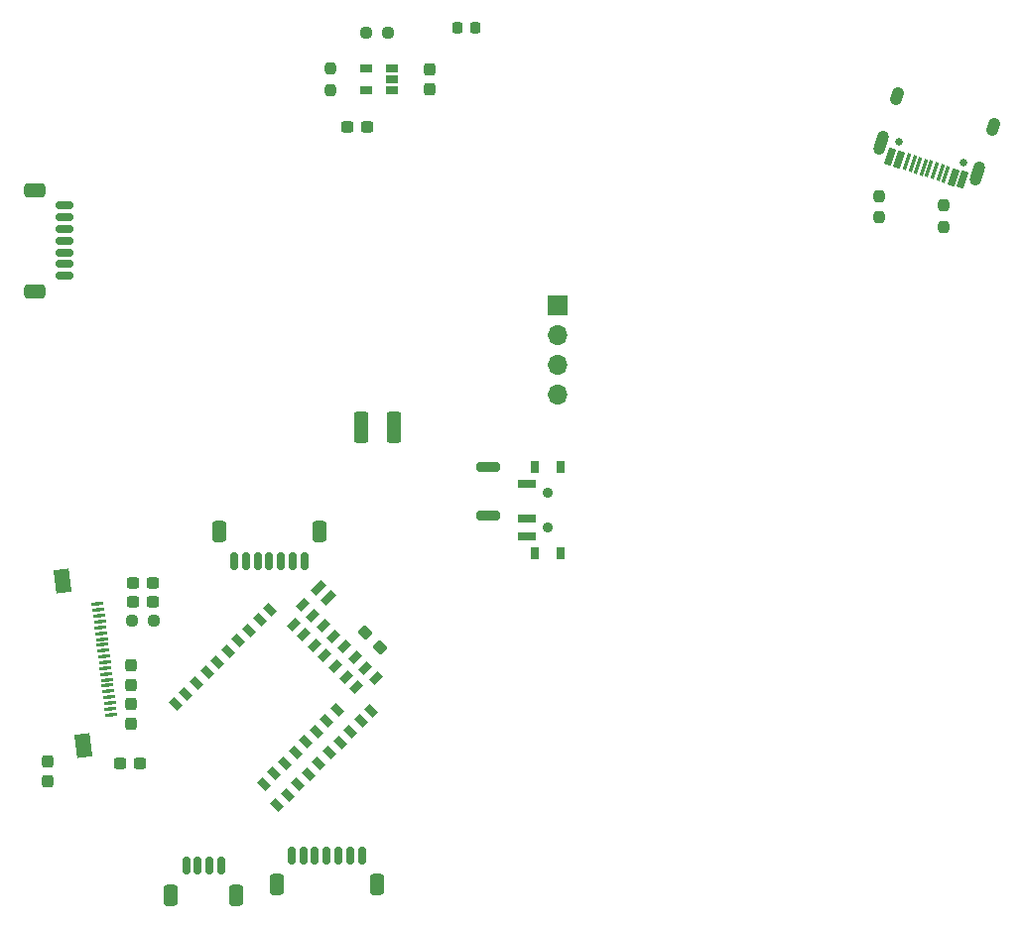
<source format=gbs>
%TF.GenerationSoftware,KiCad,Pcbnew,(5.99.0-12380-gca33ec05df)*%
%TF.CreationDate,2021-09-27T09:59:53+10:00*%
%TF.ProjectId,anaphase,616e6170-6861-4736-952e-6b696361645f,rev?*%
%TF.SameCoordinates,Original*%
%TF.FileFunction,Soldermask,Bot*%
%TF.FilePolarity,Negative*%
%FSLAX46Y46*%
G04 Gerber Fmt 4.6, Leading zero omitted, Abs format (unit mm)*
G04 Created by KiCad (PCBNEW (5.99.0-12380-gca33ec05df)) date 2021-09-27 09:59:53*
%MOMM*%
%LPD*%
G01*
G04 APERTURE LIST*
G04 Aperture macros list*
%AMRoundRect*
0 Rectangle with rounded corners*
0 $1 Rounding radius*
0 $2 $3 $4 $5 $6 $7 $8 $9 X,Y pos of 4 corners*
0 Add a 4 corners polygon primitive as box body*
4,1,4,$2,$3,$4,$5,$6,$7,$8,$9,$2,$3,0*
0 Add four circle primitives for the rounded corners*
1,1,$1+$1,$2,$3*
1,1,$1+$1,$4,$5*
1,1,$1+$1,$6,$7*
1,1,$1+$1,$8,$9*
0 Add four rect primitives between the rounded corners*
20,1,$1+$1,$2,$3,$4,$5,0*
20,1,$1+$1,$4,$5,$6,$7,0*
20,1,$1+$1,$6,$7,$8,$9,0*
20,1,$1+$1,$8,$9,$2,$3,0*%
%AMHorizOval*
0 Thick line with rounded ends*
0 $1 width*
0 $2 $3 position (X,Y) of the first rounded end (center of the circle)*
0 $4 $5 position (X,Y) of the second rounded end (center of the circle)*
0 Add line between two ends*
20,1,$1,$2,$3,$4,$5,0*
0 Add two circle primitives to create the rounded ends*
1,1,$1,$2,$3*
1,1,$1,$4,$5*%
%AMRotRect*
0 Rectangle, with rotation*
0 The origin of the aperture is its center*
0 $1 length*
0 $2 width*
0 $3 Rotation angle, in degrees counterclockwise*
0 Add horizontal line*
21,1,$1,$2,0,0,$3*%
G04 Aperture macros list end*
%ADD10C,0.650000*%
%ADD11HorizOval,1.000000X0.169959X0.523081X-0.169959X-0.523081X0*%
%ADD12HorizOval,1.000000X0.092705X0.285317X-0.092705X-0.285317X0*%
%ADD13C,0.900000*%
%ADD14R,1.700000X1.700000*%
%ADD15O,1.700000X1.700000*%
%ADD16RoundRect,0.237500X0.237500X-0.300000X0.237500X0.300000X-0.237500X0.300000X-0.237500X-0.300000X0*%
%ADD17R,1.060000X0.650000*%
%ADD18RoundRect,0.237500X-0.300000X-0.237500X0.300000X-0.237500X0.300000X0.237500X-0.300000X0.237500X0*%
%ADD19RoundRect,0.218750X-0.218750X-0.256250X0.218750X-0.256250X0.218750X0.256250X-0.218750X0.256250X0*%
%ADD20RoundRect,0.237500X0.250000X0.237500X-0.250000X0.237500X-0.250000X-0.237500X0.250000X-0.237500X0*%
%ADD21RoundRect,0.237500X-0.237500X0.250000X-0.237500X-0.250000X0.237500X-0.250000X0.237500X0.250000X0*%
%ADD22RoundRect,0.150000X-0.625000X0.150000X-0.625000X-0.150000X0.625000X-0.150000X0.625000X0.150000X0*%
%ADD23RoundRect,0.250000X-0.650000X0.350000X-0.650000X-0.350000X0.650000X-0.350000X0.650000X0.350000X0*%
%ADD24RotRect,0.600000X1.200000X135.000000*%
%ADD25RoundRect,0.150000X-0.150000X-0.625000X0.150000X-0.625000X0.150000X0.625000X-0.150000X0.625000X0*%
%ADD26RoundRect,0.250000X-0.350000X-0.650000X0.350000X-0.650000X0.350000X0.650000X-0.350000X0.650000X0*%
%ADD27RotRect,0.650000X1.000000X225.000000*%
%ADD28RotRect,0.650000X1.000000X135.000000*%
%ADD29RoundRect,0.237500X0.300000X0.237500X-0.300000X0.237500X-0.300000X-0.237500X0.300000X-0.237500X0*%
%ADD30RotRect,0.600000X1.450000X342.000000*%
%ADD31RotRect,0.300000X1.450000X342.000000*%
%ADD32HorizOval,1.000000X-0.092705X-0.285317X0.092705X0.285317X0*%
%ADD33HorizOval,1.000000X-0.169959X-0.523081X0.169959X0.523081X0*%
%ADD34RoundRect,0.237500X0.371231X-0.035355X-0.035355X0.371231X-0.371231X0.035355X0.035355X-0.371231X0*%
%ADD35RoundRect,0.150000X0.150000X0.625000X-0.150000X0.625000X-0.150000X-0.625000X0.150000X-0.625000X0*%
%ADD36RoundRect,0.250000X0.350000X0.650000X-0.350000X0.650000X-0.350000X-0.650000X0.350000X-0.650000X0*%
%ADD37RoundRect,0.237500X-0.237500X0.300000X-0.237500X-0.300000X0.237500X-0.300000X0.237500X0.300000X0*%
%ADD38RoundRect,0.200000X-0.800000X0.200000X-0.800000X-0.200000X0.800000X-0.200000X0.800000X0.200000X0*%
%ADD39RotRect,0.300000X1.000000X97.000000*%
%ADD40RotRect,2.000000X1.300000X97.000000*%
%ADD41RoundRect,0.250000X0.375000X1.075000X-0.375000X1.075000X-0.375000X-1.075000X0.375000X-1.075000X0*%
%ADD42RoundRect,0.237500X-0.250000X-0.237500X0.250000X-0.237500X0.250000X0.237500X-0.250000X0.237500X0*%
%ADD43R,0.800000X1.000000*%
%ADD44R,1.500000X0.700000*%
G04 APERTURE END LIST*
D10*
%TO.C,J1*%
X175458002Y-58229688D03*
X180955109Y-60015806D03*
D11*
X182151341Y-60961760D03*
X173934213Y-58291853D03*
D12*
X183443032Y-56986344D03*
X175225904Y-54316437D03*
%TD*%
D13*
%TO.C,SW2*%
X145455000Y-88200000D03*
X145455000Y-91200000D03*
%TD*%
D14*
%TO.C,J13*%
X146300000Y-72200000D03*
D15*
X146300000Y-74740000D03*
X146300000Y-77280000D03*
X146300000Y-79820000D03*
%TD*%
D16*
%TO.C,C8*%
X109900000Y-104662500D03*
X109900000Y-102937500D03*
%TD*%
D17*
%TO.C,U4*%
X132200000Y-51950000D03*
X132200000Y-52900000D03*
X132200000Y-53850000D03*
X130000000Y-53850000D03*
X130000000Y-51950000D03*
%TD*%
D18*
%TO.C,C2*%
X128337500Y-57000000D03*
X130062500Y-57000000D03*
%TD*%
D19*
%TO.C,D2*%
X137712500Y-48500000D03*
X139287500Y-48500000D03*
%TD*%
D20*
%TO.C,R8*%
X131812500Y-48900000D03*
X129987500Y-48900000D03*
%TD*%
D21*
%TO.C,R4*%
X179200000Y-63687500D03*
X179200000Y-65512500D03*
%TD*%
D22*
%TO.C,J6*%
X104225000Y-63700000D03*
X104225000Y-64700000D03*
X104225000Y-65700000D03*
X104225000Y-66700000D03*
X104225000Y-67700000D03*
X104225000Y-68700000D03*
X104225000Y-69700000D03*
D23*
X101700000Y-71000000D03*
X101700000Y-62400000D03*
%TD*%
D24*
%TO.C,Y2*%
X126724264Y-97224264D03*
X125875736Y-96375736D03*
%TD*%
D25*
%TO.C,J12*%
X114600000Y-120075000D03*
X115600000Y-120075000D03*
X116600000Y-120075000D03*
X117600000Y-120075000D03*
D26*
X118900000Y-122600000D03*
X113300000Y-122600000D03*
%TD*%
D27*
%TO.C,U2*%
X113683586Y-106262842D03*
X114581612Y-105364816D03*
X115479638Y-104466791D03*
X116377663Y-103568765D03*
X117275689Y-102670739D03*
X118173715Y-101772714D03*
X119071740Y-100874688D03*
X119969766Y-99976662D03*
X120867791Y-99078637D03*
X121765817Y-98180611D03*
D28*
X124500906Y-97777560D03*
X123741473Y-99437847D03*
X125398932Y-98675586D03*
X124639499Y-100335873D03*
X126296957Y-99573612D03*
X125537525Y-101233898D03*
X127194983Y-100471637D03*
X126435550Y-102131924D03*
X128093008Y-101369663D03*
X127333576Y-103029950D03*
X128991034Y-102267688D03*
X128231601Y-103927975D03*
X129889060Y-103165714D03*
X129129627Y-104826001D03*
X130787085Y-104063740D03*
D27*
X130419390Y-106834184D03*
X129521364Y-107732210D03*
X127513181Y-106801657D03*
X128623339Y-108630235D03*
X126615155Y-107699683D03*
X127725313Y-109528261D03*
X125717130Y-108597708D03*
X126827287Y-110426286D03*
X124819104Y-109495734D03*
X125929262Y-111324312D03*
X123921078Y-110393760D03*
X125031236Y-112222338D03*
X123023053Y-111291785D03*
X124133210Y-113120363D03*
X122125027Y-112189811D03*
X123235185Y-114018389D03*
X121227002Y-113087836D03*
X122337159Y-114916415D03*
%TD*%
D16*
%TO.C,C16*%
X102800000Y-112862500D03*
X102800000Y-111137500D03*
%TD*%
D29*
%TO.C,C10*%
X111762500Y-97500000D03*
X110037500Y-97500000D03*
%TD*%
D25*
%TO.C,J10*%
X123600000Y-119175000D03*
X124600000Y-119175000D03*
X125600000Y-119175000D03*
X126600000Y-119175000D03*
X127600000Y-119175000D03*
X128600000Y-119175000D03*
X129600000Y-119175000D03*
D26*
X122300000Y-121700000D03*
X130900000Y-121700000D03*
%TD*%
D21*
%TO.C,R6*%
X126900000Y-51987500D03*
X126900000Y-53812500D03*
%TD*%
D10*
%TO.C,J2*%
X180955109Y-60015806D03*
X175458002Y-58229688D03*
D30*
X174669093Y-59492718D03*
X175429938Y-59739932D03*
D31*
X176571206Y-60110752D03*
X177522262Y-60419769D03*
X177997790Y-60574278D03*
X178948847Y-60883295D03*
D30*
X180090115Y-61254115D03*
X180850960Y-61501329D03*
X180850960Y-61501329D03*
X180090115Y-61254115D03*
D31*
X179424375Y-61037803D03*
X178473319Y-60728786D03*
X177046734Y-60265261D03*
X176095677Y-59956244D03*
D30*
X175429938Y-59739932D03*
X174669093Y-59492718D03*
D32*
X183443032Y-56986344D03*
D33*
X182151341Y-60961760D03*
X173934213Y-58291853D03*
D32*
X175225904Y-54316437D03*
%TD*%
D29*
%TO.C,C14*%
X110662500Y-111300000D03*
X108937500Y-111300000D03*
%TD*%
D34*
%TO.C,L2*%
X131118718Y-101418718D03*
X129881282Y-100181282D03*
%TD*%
D16*
%TO.C,C6*%
X109900000Y-107962500D03*
X109900000Y-106237500D03*
%TD*%
D35*
%TO.C,J8*%
X124700000Y-94025000D03*
X123700000Y-94025000D03*
X122700000Y-94025000D03*
X121700000Y-94025000D03*
X120700000Y-94025000D03*
X119700000Y-94025000D03*
X118700000Y-94025000D03*
D36*
X117400000Y-91500000D03*
X126000000Y-91500000D03*
%TD*%
D37*
%TO.C,C4*%
X135400000Y-52037500D03*
X135400000Y-53762500D03*
%TD*%
D21*
%TO.C,R2*%
X173700000Y-62887500D03*
X173700000Y-64712500D03*
%TD*%
D38*
%TO.C,SW3*%
X140400000Y-86000000D03*
X140400000Y-90200000D03*
%TD*%
D39*
%TO.C,J4*%
X108208879Y-107164594D03*
X108147945Y-106668321D03*
X108087010Y-106172048D03*
X108026075Y-105675775D03*
X107965141Y-105179502D03*
X107904206Y-104683229D03*
X107843271Y-104186956D03*
X107782337Y-103690683D03*
X107721402Y-103194410D03*
X107660467Y-102698137D03*
X107599533Y-102201863D03*
X107538598Y-101705590D03*
X107477663Y-101209317D03*
X107416729Y-100713044D03*
X107355794Y-100216771D03*
X107294859Y-99720498D03*
X107233925Y-99224225D03*
X107172990Y-98727952D03*
X107112055Y-98231679D03*
X107051121Y-97735406D03*
D40*
X104090947Y-95781597D03*
X105809304Y-109776498D03*
%TD*%
D29*
%TO.C,C12*%
X111762500Y-95900000D03*
X110037500Y-95900000D03*
%TD*%
D41*
%TO.C,J16*%
X132300000Y-82600000D03*
X129500000Y-82600000D03*
%TD*%
D42*
%TO.C,R10*%
X109987500Y-99100000D03*
X111812500Y-99100000D03*
%TD*%
D43*
%TO.C,SW1*%
X146555000Y-93350000D03*
D13*
X145455000Y-88200000D03*
D43*
X144345000Y-93350000D03*
X146555000Y-86050000D03*
D13*
X145455000Y-91200000D03*
D43*
X144345000Y-86050000D03*
D44*
X143695000Y-87450000D03*
X143695000Y-90450000D03*
X143695000Y-91950000D03*
%TD*%
M02*

</source>
